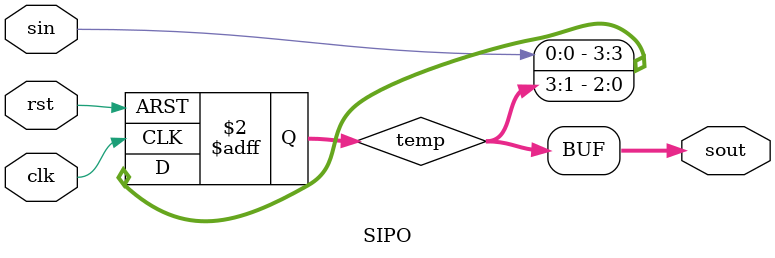
<source format=v>
module SIPO(clk,rst,sin,sout);
  input clk,rst,sin;
  output  reg [3:0]sout;
  reg [3:0]temp;
  
  always@(posedge clk or posedge rst)
    begin
      if(rst)
        begin
          temp<=4'b0000;
        end
      else
        temp<= {sin,temp[3:1]};
    end
  assign sout=temp;
endmodule

</source>
